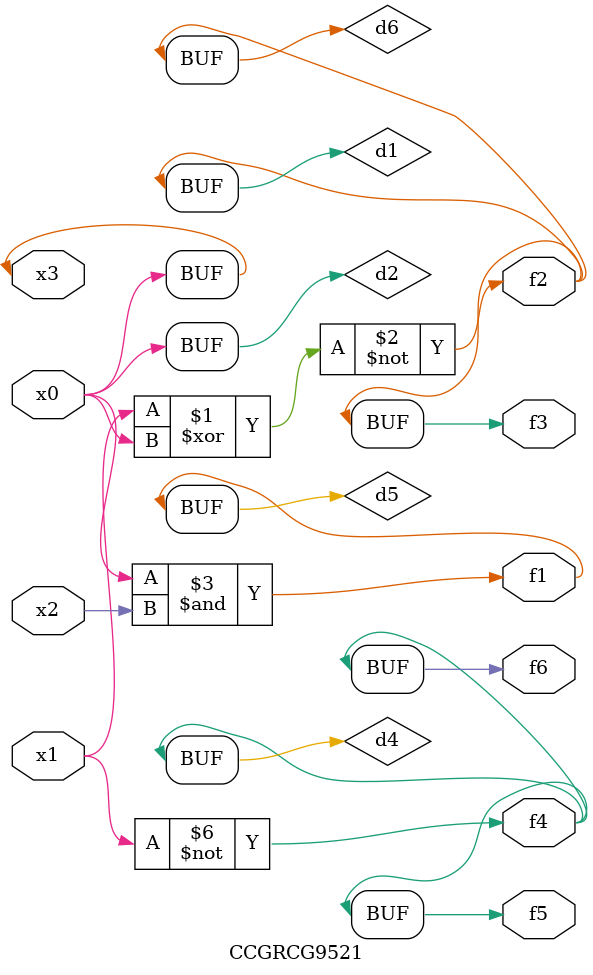
<source format=v>
module CCGRCG9521(
	input x0, x1, x2, x3,
	output f1, f2, f3, f4, f5, f6
);

	wire d1, d2, d3, d4, d5, d6;

	xnor (d1, x1, x3);
	buf (d2, x0, x3);
	nand (d3, x0, x2);
	not (d4, x1);
	nand (d5, d3);
	or (d6, d1);
	assign f1 = d5;
	assign f2 = d6;
	assign f3 = d6;
	assign f4 = d4;
	assign f5 = d4;
	assign f6 = d4;
endmodule

</source>
